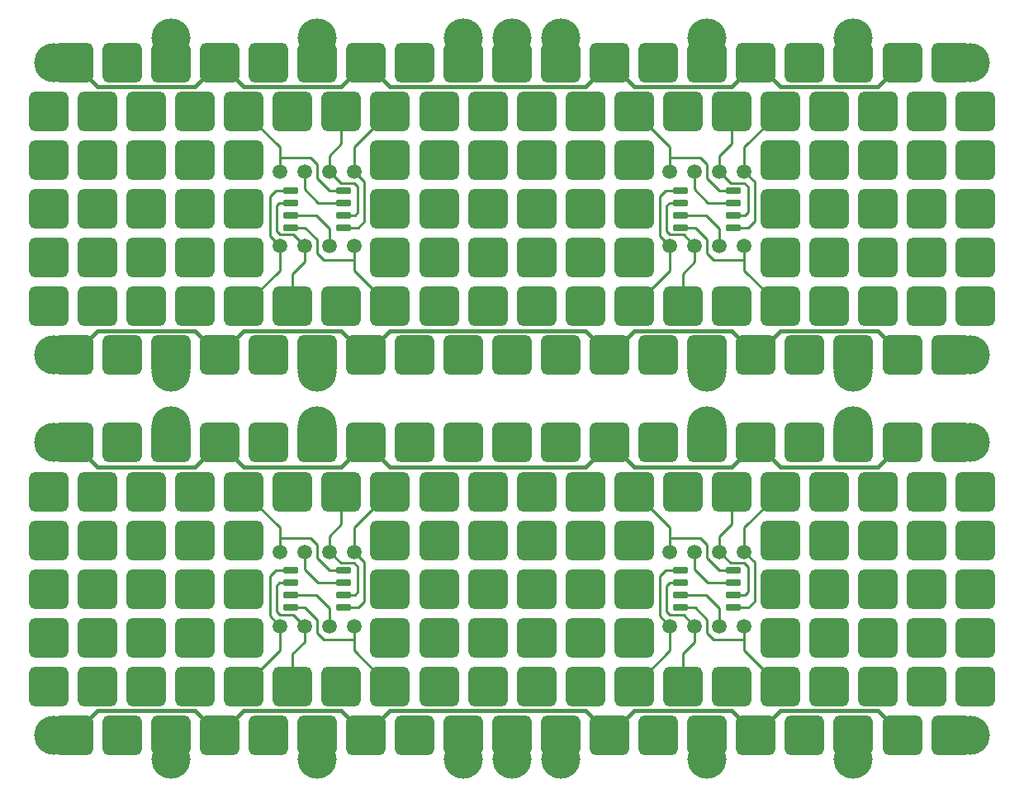
<source format=gtl>
G04*
G04 #@! TF.GenerationSoftware,Altium Limited,Altium Designer,24.6.1 (21)*
G04*
G04 Layer_Physical_Order=1*
G04 Layer_Color=255*
%FSLAX44Y44*%
%MOMM*%
G71*
G04*
G04 #@! TF.SameCoordinates,801A7B55-1520-438C-8D58-620F3B385FE8*
G04*
G04*
G04 #@! TF.FilePolarity,Positive*
G04*
G01*
G75*
G04:AMPARAMS|DCode=13|XSize=0.6mm|YSize=1.5mm|CornerRadius=0.075mm|HoleSize=0mm|Usage=FLASHONLY|Rotation=90.000|XOffset=0mm|YOffset=0mm|HoleType=Round|Shape=RoundedRectangle|*
%AMROUNDEDRECTD13*
21,1,0.6000,1.3500,0,0,90.0*
21,1,0.4500,1.5000,0,0,90.0*
1,1,0.1500,0.6750,0.2250*
1,1,0.1500,0.6750,-0.2250*
1,1,0.1500,-0.6750,-0.2250*
1,1,0.1500,-0.6750,0.2250*
%
%ADD13ROUNDEDRECTD13*%
%ADD18C,0.4500*%
%ADD19C,0.2500*%
G04:AMPARAMS|DCode=20|XSize=4mm|YSize=4mm|CornerRadius=0.5mm|HoleSize=0mm|Usage=FLASHONLY|Rotation=0.000|XOffset=0mm|YOffset=0mm|HoleType=Round|Shape=RoundedRectangle|*
%AMROUNDEDRECTD20*
21,1,4.0000,3.0000,0,0,0.0*
21,1,3.0000,4.0000,0,0,0.0*
1,1,1.0000,1.5000,-1.5000*
1,1,1.0000,-1.5000,-1.5000*
1,1,1.0000,-1.5000,1.5000*
1,1,1.0000,1.5000,1.5000*
%
%ADD20ROUNDEDRECTD20*%
%ADD21C,1.5000*%
%ADD22C,4.0000*%
D13*
X373000Y19050D02*
D03*
X373000Y6350D02*
D03*
X373000Y-6350D02*
D03*
Y-19050D02*
D03*
X427000D02*
D03*
X427000Y-6350D02*
D03*
X427000Y6350D02*
D03*
Y19050D02*
D03*
Y-370950D02*
D03*
Y-383650D02*
D03*
X427000Y-396350D02*
D03*
X427000Y-409050D02*
D03*
X373000D02*
D03*
Y-396350D02*
D03*
X373000Y-383650D02*
D03*
X373000Y-370950D02*
D03*
X27000D02*
D03*
Y-383650D02*
D03*
X27000Y-396350D02*
D03*
X27000Y-409050D02*
D03*
X-27000D02*
D03*
Y-396350D02*
D03*
X-27000Y-383650D02*
D03*
X-27000Y-370950D02*
D03*
X27000Y-19050D02*
D03*
X27000Y-6350D02*
D03*
X27000Y6350D02*
D03*
Y19050D02*
D03*
X-27000Y6350D02*
D03*
X-27000Y-6350D02*
D03*
Y-19050D02*
D03*
Y19050D02*
D03*
D18*
X425000Y-515000D02*
X425000D01*
X325000D02*
X425000D01*
X300000Y-540000D02*
Y-540000D01*
X275000Y-515000D02*
X300000Y-540000D01*
X-75000Y-265000D02*
X25000D01*
X325000D02*
X425000D01*
X325000Y125000D02*
X425000D01*
X325000Y-125000D02*
X425000D01*
X-270000Y150000D02*
X-250000D01*
X-270000Y-540000D02*
X-250000D01*
X75000Y-265000D02*
X275000D01*
X300000Y-240000D01*
X325000Y-265000D01*
X-270000Y-150000D02*
X-250000D01*
X-270000Y-240000D02*
X-250000D01*
X75000Y-125000D02*
X275000D01*
X300000Y-150000D01*
X-250000Y-540000D02*
X-225000Y-515000D01*
X-125000D01*
X-100000Y-540000D01*
X25000Y-515000D02*
X50000Y-540000D01*
X-75000Y-515000D02*
X25000D01*
X-100000Y-540000D02*
X-75000Y-515000D01*
X50000Y-540000D02*
X75000Y-515000D01*
X275000D01*
X300000Y-540000D02*
X325000Y-515000D01*
X425000D02*
X450000Y-540000D01*
X475000Y-515000D01*
X575000D01*
X600000Y-540000D01*
X575000Y-265000D02*
X600000Y-240000D01*
X450000D02*
X475000Y-265000D01*
X575000D01*
X425000D02*
X450000Y-240000D01*
X325000Y-265000D02*
X425000D01*
X50000Y-240000D02*
X75000Y-265000D01*
X-100000Y-240000D02*
X-75000Y-265000D01*
X25000D01*
X50000Y-240000D01*
X-125000Y-265000D02*
X-100000Y-240000D01*
X-225000Y-265000D02*
X-125000D01*
X-250000Y-240000D02*
X-225000Y-265000D01*
X-250000Y-150000D02*
X-225000Y-125000D01*
X-125000D01*
X-100000Y-150000D01*
X25000Y-125000D02*
X50000Y-150000D01*
X-75000Y-125000D02*
X25000D01*
X-100000Y-150000D02*
X-75000Y-125000D01*
X325000D02*
X425000D01*
X450000Y-150000D02*
X475000Y-125000D01*
X575000D01*
X50000Y-150000D02*
X75000Y-125000D01*
X300000Y-150000D02*
X325000Y-125000D01*
X425000D02*
X450000Y-150000D01*
X575000Y-125000D02*
X600000Y-150000D01*
X575000Y125000D02*
X600000Y150000D01*
X475000Y125000D02*
X575000D01*
X450000Y150000D02*
X475000Y125000D01*
X425000D02*
X450000Y150000D01*
X325000Y125000D02*
X425000D01*
X300000Y150000D02*
X325000Y125000D01*
X275000D02*
X300000Y150000D01*
X75000Y125000D02*
X275000D01*
X50000Y150000D02*
X75000Y125000D01*
X-100000Y150000D02*
X-75000Y125000D01*
X25000D01*
X50000Y150000D01*
X-125000Y125000D02*
X-100000Y150000D01*
X-225000Y125000D02*
X-125000D01*
X-250000Y150000D02*
X-225000Y125000D01*
D19*
X38100Y-326900D02*
X75000Y-290000D01*
X38100Y-351900D02*
Y-326900D01*
X-38100Y-351900D02*
Y-326900D01*
X-75000Y-290000D02*
X-38100Y-326900D01*
X38100Y-453100D02*
X75000Y-490000D01*
X-27000Y-409050D02*
X-16500Y-409050D01*
X-27000Y-396350D02*
X-9150Y-396350D01*
X-27000Y-409050D02*
X-27000Y-409050D01*
X-36950Y-370950D02*
X-27000Y-370950D01*
X-38100Y-453100D02*
Y-428100D01*
X-75000Y-490000D02*
X-38100Y-453100D01*
X12700Y-428100D02*
X12700Y-428100D01*
X-48500Y-417700D02*
X-38100Y-428100D01*
X-48500Y-417700D02*
Y-377000D01*
X-42450Y-370950D01*
X-36950D01*
X-38650Y-383650D02*
X-27000D01*
X-41750Y-386750D02*
X-38650Y-383650D01*
X-41750Y-412750D02*
Y-386750D01*
Y-412750D02*
X-38000Y-416500D01*
X-24300D01*
X-12700Y-428100D01*
X-12700Y-428100D01*
X-9150Y-396350D02*
X-900D01*
X12700Y-409950D01*
Y-428100D02*
Y-409950D01*
X-12450Y-409050D02*
X0Y-421500D01*
X-16500Y-409050D02*
X-12450D01*
X0Y-435500D02*
X6750Y-442250D01*
X0Y-435500D02*
Y-421500D01*
X37850Y-442250D02*
X38100Y-442500D01*
X6750Y-442250D02*
X37850D01*
X38100Y-453100D02*
Y-442500D01*
Y-428100D01*
X-12700Y-370050D02*
Y-351900D01*
Y-370050D02*
X900Y-383650D01*
X9150D01*
X-12700Y-351900D02*
X-12700Y-351900D01*
X9150Y-383650D02*
X27000Y-383650D01*
X-37850Y-337750D02*
X-6750D01*
X-38100Y-337500D02*
X-37850Y-337750D01*
X0Y-358500D02*
Y-344500D01*
X-6750Y-337750D02*
X0Y-344500D01*
X12450Y-370950D02*
X16500D01*
X0Y-358500D02*
X12450Y-370950D01*
X27000Y-370950D02*
X27000Y-370950D01*
X16500Y-370950D02*
X27000Y-370950D01*
X12700Y-351900D02*
X24300Y-363500D01*
X38000D01*
X41750Y-367250D01*
Y-393250D02*
Y-367250D01*
X38650Y-396350D02*
X41750Y-393250D01*
X27000Y-396350D02*
X38650D01*
X36950Y-409050D02*
X42450D01*
X48500Y-403000D01*
Y-362300D01*
X38100Y-351900D02*
X48500Y-362300D01*
X27000Y-409050D02*
X36950Y-409050D01*
X12700Y-351900D02*
Y-335800D01*
X25000Y-323500D01*
Y-290000D01*
X-25000Y-490000D02*
Y-456500D01*
X-12700Y-444200D01*
Y-428100D01*
X438100Y-326900D02*
X475000Y-290000D01*
X438100Y-351900D02*
Y-326900D01*
X361900Y-351900D02*
Y-326900D01*
X325000Y-290000D02*
X361900Y-326900D01*
X438100Y-453100D02*
X475000Y-490000D01*
X373000Y-409050D02*
X383500Y-409050D01*
X373000Y-396350D02*
X390850Y-396350D01*
X373000Y-409050D02*
X373000Y-409050D01*
X363050Y-370950D02*
X373000Y-370950D01*
X361900Y-453100D02*
Y-428100D01*
X325000Y-490000D02*
X361900Y-453100D01*
X412700Y-428100D02*
X412700Y-428100D01*
X351500Y-417700D02*
X361900Y-428100D01*
X351500Y-417700D02*
Y-377000D01*
X357550Y-370950D01*
X363050D01*
X361350Y-383650D02*
X373000D01*
X358250Y-386750D02*
X361350Y-383650D01*
X358250Y-412750D02*
Y-386750D01*
Y-412750D02*
X362000Y-416500D01*
X375700D01*
X387300Y-428100D01*
X387300Y-428100D01*
X390850Y-396350D02*
X399100D01*
X412700Y-409950D01*
Y-428100D02*
Y-409950D01*
X387550Y-409050D02*
X400000Y-421500D01*
X383500Y-409050D02*
X387550D01*
X400000Y-435500D02*
X406750Y-442250D01*
X400000Y-435500D02*
Y-421500D01*
X437850Y-442250D02*
X438100Y-442500D01*
X406750Y-442250D02*
X437850D01*
X438100Y-453100D02*
Y-442500D01*
Y-428100D01*
X387300Y-370050D02*
Y-351900D01*
Y-370050D02*
X400900Y-383650D01*
X409150D01*
X387300Y-351900D02*
X387300Y-351900D01*
X409150Y-383650D02*
X427000Y-383650D01*
X362150Y-337750D02*
X393250D01*
X361900Y-337500D02*
X362150Y-337750D01*
X400000Y-358500D02*
Y-344500D01*
X393250Y-337750D02*
X400000Y-344500D01*
X412450Y-370950D02*
X416500D01*
X400000Y-358500D02*
X412450Y-370950D01*
X427000Y-370950D02*
X427000Y-370950D01*
X416500Y-370950D02*
X427000Y-370950D01*
X412700Y-351900D02*
X424300Y-363500D01*
X438000D01*
X441750Y-367250D01*
Y-393250D02*
Y-367250D01*
X438650Y-396350D02*
X441750Y-393250D01*
X427000Y-396350D02*
X438650D01*
X436950Y-409050D02*
X442450D01*
X448500Y-403000D01*
Y-362300D01*
X438100Y-351900D02*
X448500Y-362300D01*
X427000Y-409050D02*
X436950Y-409050D01*
X412700Y-351900D02*
Y-335800D01*
X425000Y-323500D01*
Y-290000D01*
X375000Y-490000D02*
Y-456500D01*
X387300Y-444200D01*
Y-428100D01*
X438100Y63100D02*
X475000Y100000D01*
X438100Y38100D02*
Y63100D01*
X361900Y38100D02*
Y63100D01*
X325000Y100000D02*
X361900Y63100D01*
X438100Y-63100D02*
X475000Y-100000D01*
X373000Y-19050D02*
X383500Y-19050D01*
X373000Y-6350D02*
X390850Y-6350D01*
X373000Y-19050D02*
X373000Y-19050D01*
X363050Y19050D02*
X373000Y19050D01*
X361900Y-63100D02*
Y-38100D01*
X325000Y-100000D02*
X361900Y-63100D01*
X412700Y-38100D02*
X412700Y-38100D01*
X351500Y-27700D02*
X361900Y-38100D01*
X351500Y-27700D02*
Y13000D01*
X357550Y19050D01*
X363050D01*
X361350Y6350D02*
X373000D01*
X358250Y3250D02*
X361350Y6350D01*
X358250Y-22750D02*
Y3250D01*
Y-22750D02*
X362000Y-26500D01*
X375700D01*
X387300Y-38100D01*
X387300Y-38100D01*
X390850Y-6350D02*
X399100D01*
X412700Y-19950D01*
Y-38100D02*
Y-19950D01*
X387550Y-19050D02*
X400000Y-31500D01*
X383500Y-19050D02*
X387550D01*
X400000Y-45500D02*
X406750Y-52250D01*
X400000Y-45500D02*
Y-31500D01*
X437850Y-52250D02*
X438100Y-52500D01*
X406750Y-52250D02*
X437850D01*
X438100Y-63100D02*
Y-52500D01*
Y-38100D01*
X387300Y19950D02*
Y38100D01*
Y19950D02*
X400900Y6350D01*
X409150D01*
X387300Y38100D02*
X387300Y38100D01*
X409150Y6350D02*
X427000Y6350D01*
X362150Y52250D02*
X393250D01*
X361900Y52500D02*
X362150Y52250D01*
X400000Y31500D02*
Y45500D01*
X393250Y52250D02*
X400000Y45500D01*
X412450Y19050D02*
X416500D01*
X400000Y31500D02*
X412450Y19050D01*
X427000Y19050D02*
X427000Y19050D01*
X416500Y19050D02*
X427000Y19050D01*
X412700Y38100D02*
X424300Y26500D01*
X438000D01*
X441750Y22750D01*
Y-3250D02*
Y22750D01*
X438650Y-6350D02*
X441750Y-3250D01*
X427000Y-6350D02*
X438650D01*
X436950Y-19050D02*
X442450D01*
X448500Y-13000D01*
Y27700D01*
X438100Y38100D02*
X448500Y27700D01*
X427000Y-19050D02*
X436950Y-19050D01*
X412700Y38100D02*
Y54200D01*
X425000Y66500D01*
Y100000D01*
X375000Y-100000D02*
Y-66500D01*
X387300Y-54200D01*
Y-38100D01*
X-12700Y-54200D02*
Y-38100D01*
X-25000Y-66500D02*
X-12700Y-54200D01*
X-25000Y-100000D02*
Y-66500D01*
X25000Y66500D02*
Y100000D01*
X12700Y54200D02*
X25000Y66500D01*
X12700Y38100D02*
Y54200D01*
X27000Y-19050D02*
X36950Y-19050D01*
X38100Y38100D02*
X48500Y27700D01*
Y-13000D02*
Y27700D01*
X42450Y-19050D02*
X48500Y-13000D01*
X36950Y-19050D02*
X42450D01*
X27000Y-6350D02*
X38650D01*
X41750Y-3250D01*
Y22750D01*
X38000Y26500D02*
X41750Y22750D01*
X24300Y26500D02*
X38000D01*
X12700Y38100D02*
X24300Y26500D01*
X16500Y19050D02*
X27000Y19050D01*
X27000Y19050D01*
X0Y31500D02*
X12450Y19050D01*
X16500D01*
X-6750Y52250D02*
X0Y45500D01*
Y31500D02*
Y45500D01*
X-38100Y52500D02*
X-37850Y52250D01*
X-6750D01*
X9150Y6350D02*
X27000Y6350D01*
X-12700Y38100D02*
X-12700Y38100D01*
X900Y6350D02*
X9150D01*
X-12700Y19950D02*
X900Y6350D01*
X-12700Y19950D02*
Y38100D01*
X38100Y-52500D02*
Y-38100D01*
Y-63100D02*
Y-52500D01*
X6750Y-52250D02*
X37850D01*
X38100Y-52500D01*
X0Y-45500D02*
Y-31500D01*
Y-45500D02*
X6750Y-52250D01*
X-16500Y-19050D02*
X-12450D01*
X0Y-31500D01*
X12700Y-38100D02*
Y-19950D01*
X-900Y-6350D02*
X12700Y-19950D01*
X-9150Y-6350D02*
X-900D01*
X-12700Y-38100D02*
X-12700Y-38100D01*
X-24300Y-26500D02*
X-12700Y-38100D01*
X-38000Y-26500D02*
X-24300D01*
X-41750Y-22750D02*
X-38000Y-26500D01*
X-41750Y-22750D02*
Y3250D01*
X-38650Y6350D01*
X-27000D01*
X-42450Y19050D02*
X-36950D01*
X-48500Y13000D02*
X-42450Y19050D01*
X-48500Y-27700D02*
Y13000D01*
Y-27700D02*
X-38100Y-38100D01*
X12700Y-38100D02*
X12700Y-38100D01*
X-75000Y-100000D02*
X-38100Y-63100D01*
Y-38100D01*
X-36950Y19050D02*
X-27000Y19050D01*
X-27000Y-19050D02*
X-27000Y-19050D01*
X-27000Y-6350D02*
X-9150Y-6350D01*
X-27000Y-19050D02*
X-16500Y-19050D01*
X38100Y-63100D02*
X75000Y-100000D01*
X-75000Y100000D02*
X-38100Y63100D01*
Y38100D02*
Y63100D01*
X38100Y38100D02*
Y63100D01*
X75000Y100000D01*
D20*
X475000Y-440000D02*
D03*
Y-390000D02*
D03*
Y-340000D02*
D03*
X375000Y-490000D02*
D03*
X425000D02*
D03*
X475000D02*
D03*
X325000D02*
D03*
Y-440000D02*
D03*
Y-390000D02*
D03*
Y-340000D02*
D03*
X475000Y-290000D02*
D03*
X425000D02*
D03*
X375000D02*
D03*
X325000D02*
D03*
X375000Y-100000D02*
D03*
X425000D02*
D03*
X-275000D02*
D03*
X-225000D02*
D03*
X-175000D02*
D03*
X-125000D02*
D03*
X-75000D02*
D03*
X-275000Y-50000D02*
D03*
X-225000D02*
D03*
X-175000D02*
D03*
X-125000D02*
D03*
X-75000D02*
D03*
X-275000Y0D02*
D03*
X-225000D02*
D03*
X-175000D02*
D03*
X-125000D02*
D03*
X-75000D02*
D03*
X-275000Y50000D02*
D03*
X-225000D02*
D03*
X-175000D02*
D03*
X-125000D02*
D03*
X-75000D02*
D03*
X-250000Y150000D02*
D03*
X-200000D02*
D03*
X-150000D02*
D03*
X-100000D02*
D03*
X-50000D02*
D03*
X0D02*
D03*
X50000D02*
D03*
X100000D02*
D03*
X150000D02*
D03*
X200000D02*
D03*
X250000D02*
D03*
X300000D02*
D03*
X350000D02*
D03*
X400000D02*
D03*
X450000D02*
D03*
X500000D02*
D03*
X550000D02*
D03*
X600000D02*
D03*
X650000D02*
D03*
X275000Y100000D02*
D03*
X225000D02*
D03*
X175000D02*
D03*
X125000D02*
D03*
X75000D02*
D03*
X25000D02*
D03*
X-25000D02*
D03*
X-75000D02*
D03*
X-125000D02*
D03*
X-175000D02*
D03*
X-225000D02*
D03*
X-275000D02*
D03*
X650000Y-240000D02*
D03*
Y-150000D02*
D03*
X600000D02*
D03*
X550000D02*
D03*
X500000D02*
D03*
X450000D02*
D03*
X400000D02*
D03*
X350000D02*
D03*
X300000D02*
D03*
X250000D02*
D03*
X200000D02*
D03*
X150000D02*
D03*
X100000D02*
D03*
X50000D02*
D03*
X0D02*
D03*
X-50000D02*
D03*
X-100000D02*
D03*
X-150000D02*
D03*
X-200000D02*
D03*
X-250000D02*
D03*
X75000Y-50000D02*
D03*
X125000D02*
D03*
X175000D02*
D03*
X225000D02*
D03*
X275000D02*
D03*
X75000Y0D02*
D03*
X125000D02*
D03*
X175000D02*
D03*
X225000D02*
D03*
X275000D02*
D03*
X75000Y50000D02*
D03*
X125000D02*
D03*
X175000D02*
D03*
X225000D02*
D03*
X275000D02*
D03*
X-25000Y-100000D02*
D03*
X25000D02*
D03*
X75000D02*
D03*
X125000D02*
D03*
X175000D02*
D03*
X225000D02*
D03*
X275000D02*
D03*
X575000Y-290000D02*
D03*
X525000D02*
D03*
X275000D02*
D03*
X225000D02*
D03*
X175000D02*
D03*
X125000D02*
D03*
X675000Y-440000D02*
D03*
X625000D02*
D03*
X575000D02*
D03*
X525000D02*
D03*
X275000D02*
D03*
X225000D02*
D03*
X175000D02*
D03*
X125000D02*
D03*
X675000Y-390000D02*
D03*
X625000D02*
D03*
X575000D02*
D03*
X525000D02*
D03*
X275000D02*
D03*
X225000D02*
D03*
X175000D02*
D03*
X125000D02*
D03*
X675000Y-340000D02*
D03*
X625000D02*
D03*
X575000D02*
D03*
X525000D02*
D03*
X275000D02*
D03*
X225000D02*
D03*
X175000D02*
D03*
X125000D02*
D03*
X-250000Y-240000D02*
D03*
X-200000D02*
D03*
X-150000D02*
D03*
X-100000D02*
D03*
X-50000D02*
D03*
X0D02*
D03*
X50000D02*
D03*
X100000D02*
D03*
X150000D02*
D03*
X200000D02*
D03*
X250000D02*
D03*
X300000D02*
D03*
X350000D02*
D03*
X400000D02*
D03*
X450000D02*
D03*
X500000D02*
D03*
X550000D02*
D03*
X600000D02*
D03*
X-275000Y-490000D02*
D03*
X-225000D02*
D03*
X-175000D02*
D03*
X125000D02*
D03*
X175000D02*
D03*
X225000D02*
D03*
X275000D02*
D03*
X525000D02*
D03*
X575000D02*
D03*
X625000D02*
D03*
X675000D02*
D03*
X650000Y-540000D02*
D03*
X600000D02*
D03*
X550000D02*
D03*
X500000D02*
D03*
X450000D02*
D03*
X400000D02*
D03*
X350000D02*
D03*
X300000D02*
D03*
X250000D02*
D03*
X200000D02*
D03*
X150000D02*
D03*
X100000D02*
D03*
X50000D02*
D03*
X0D02*
D03*
X-50000D02*
D03*
X-100000D02*
D03*
X-150000D02*
D03*
X-200000D02*
D03*
X-250000D02*
D03*
X-125000Y-440000D02*
D03*
X-175000D02*
D03*
X-225000D02*
D03*
X-275000D02*
D03*
X-125000Y-390000D02*
D03*
X-175000D02*
D03*
X-225000D02*
D03*
X-275000D02*
D03*
X-125000Y-340000D02*
D03*
X-175000D02*
D03*
X-225000D02*
D03*
X-275000D02*
D03*
X-125000Y-290000D02*
D03*
X-175000D02*
D03*
X-225000D02*
D03*
X-275000D02*
D03*
X675000D02*
D03*
X625000D02*
D03*
X75000Y-440000D02*
D03*
Y-390000D02*
D03*
Y-340000D02*
D03*
X-25000Y-490000D02*
D03*
X25000D02*
D03*
X75000D02*
D03*
X-75000D02*
D03*
Y-440000D02*
D03*
Y-390000D02*
D03*
Y-340000D02*
D03*
X75000Y-290000D02*
D03*
X25000D02*
D03*
X-25000D02*
D03*
X-75000D02*
D03*
X475000Y-100000D02*
D03*
X325000D02*
D03*
Y-50000D02*
D03*
Y0D02*
D03*
Y50000D02*
D03*
X475000Y100000D02*
D03*
X425000D02*
D03*
X375000D02*
D03*
X325000D02*
D03*
X475000Y50000D02*
D03*
Y0D02*
D03*
Y-50000D02*
D03*
X525000Y0D02*
D03*
Y50000D02*
D03*
X625000D02*
D03*
Y0D02*
D03*
X675000Y50000D02*
D03*
X575000D02*
D03*
Y0D02*
D03*
X675000D02*
D03*
X525000Y100000D02*
D03*
X675000D02*
D03*
X625000D02*
D03*
X575000D02*
D03*
X525000Y-50000D02*
D03*
Y-100000D02*
D03*
X675000D02*
D03*
X575000D02*
D03*
X625000D02*
D03*
X575000Y-50000D02*
D03*
X625000D02*
D03*
X675000D02*
D03*
X-125000Y-490000D02*
D03*
D21*
X438100Y38100D02*
D03*
X412700Y38100D02*
D03*
X387300Y38100D02*
D03*
X361900D02*
D03*
X438100Y-38100D02*
D03*
X412700D02*
D03*
X387300Y-38100D02*
D03*
X361900Y-38100D02*
D03*
X-38100D02*
D03*
X-12700Y-38100D02*
D03*
X12700Y-38100D02*
D03*
X38100D02*
D03*
X-38100Y38100D02*
D03*
X-12700D02*
D03*
X12700Y38100D02*
D03*
X38100Y38100D02*
D03*
Y-351900D02*
D03*
X12700Y-351900D02*
D03*
X-12700Y-351900D02*
D03*
X-38100D02*
D03*
X38100Y-428100D02*
D03*
X12700D02*
D03*
X-12700Y-428100D02*
D03*
X-38100Y-428100D02*
D03*
X438100Y-351900D02*
D03*
X412700Y-351900D02*
D03*
X387300Y-351900D02*
D03*
X361900D02*
D03*
X438100Y-428100D02*
D03*
X412700D02*
D03*
X387300Y-428100D02*
D03*
X361900Y-428100D02*
D03*
D22*
X550000Y-167500D02*
D03*
Y-222500D02*
D03*
X400000Y-167500D02*
D03*
Y-222500D02*
D03*
X-0Y-167500D02*
D03*
Y-222500D02*
D03*
X-150000Y-222500D02*
D03*
Y-167500D02*
D03*
X-270000Y-540000D02*
D03*
X670000D02*
D03*
X-150000Y-565000D02*
D03*
X0D02*
D03*
X550000D02*
D03*
X400000D02*
D03*
X150000D02*
D03*
X250000D02*
D03*
X200000D02*
D03*
X-270000Y-240000D02*
D03*
X670000D02*
D03*
Y-150000D02*
D03*
X200000Y175000D02*
D03*
X250000D02*
D03*
X150000D02*
D03*
X400000D02*
D03*
X550000D02*
D03*
X0D02*
D03*
X-150000D02*
D03*
X-270000Y-150000D02*
D03*
X670000Y150000D02*
D03*
X-270000D02*
D03*
M02*

</source>
